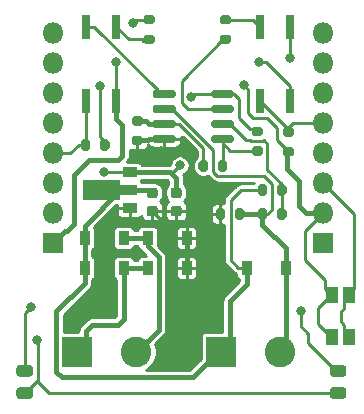
<source format=gbr>
%TF.GenerationSoftware,KiCad,Pcbnew,(5.1.9)-1*%
%TF.CreationDate,2021-04-28T15:15:37+02:00*%
%TF.ProjectId,OpenThermMonitorTwomes,4f70656e-5468-4657-926d-4d6f6e69746f,rev?*%
%TF.SameCoordinates,Original*%
%TF.FileFunction,Copper,L1,Top*%
%TF.FilePolarity,Positive*%
%FSLAX46Y46*%
G04 Gerber Fmt 4.6, Leading zero omitted, Abs format (unit mm)*
G04 Created by KiCad (PCBNEW (5.1.9)-1) date 2021-04-28 15:15:37*
%MOMM*%
%LPD*%
G01*
G04 APERTURE LIST*
%TA.AperFunction,SMDPad,CuDef*%
%ADD10R,1.050000X1.400000*%
%TD*%
%TA.AperFunction,ComponentPad*%
%ADD11R,2.600000X2.600000*%
%TD*%
%TA.AperFunction,ComponentPad*%
%ADD12C,2.600000*%
%TD*%
%TA.AperFunction,SMDPad,CuDef*%
%ADD13R,0.900000X1.200000*%
%TD*%
%TA.AperFunction,ComponentPad*%
%ADD14R,1.800000X1.800000*%
%TD*%
%TA.AperFunction,ComponentPad*%
%ADD15O,1.800000X1.800000*%
%TD*%
%TA.AperFunction,SMDPad,CuDef*%
%ADD16R,0.640000X2.000000*%
%TD*%
%TA.AperFunction,SMDPad,CuDef*%
%ADD17C,0.100000*%
%TD*%
%TA.AperFunction,SMDPad,CuDef*%
%ADD18R,1.300000X0.900000*%
%TD*%
%TA.AperFunction,ViaPad*%
%ADD19C,0.800000*%
%TD*%
%TA.AperFunction,Conductor*%
%ADD20C,0.250000*%
%TD*%
%TA.AperFunction,Conductor*%
%ADD21C,0.450000*%
%TD*%
%TA.AperFunction,Conductor*%
%ADD22C,0.100000*%
%TD*%
G04 APERTURE END LIST*
D10*
%TO.P,SW1,2*%
%TO.N,/D4*%
X152586600Y-111528000D03*
X152586600Y-107928000D03*
%TO.P,SW1,1*%
%TO.N,GND*%
X151146600Y-111528000D03*
X151146600Y-107928000D03*
%TD*%
D11*
%TO.P,J2,1*%
%TO.N,VDC*%
X141732000Y-112776000D03*
D12*
%TO.P,J2,2*%
%TO.N,Net-(D3-Pad2)*%
X146732000Y-112776000D03*
%TD*%
%TO.P,J1,2*%
%TO.N,Net-(D4-Pad2)*%
X134540000Y-112776000D03*
D11*
%TO.P,J1,1*%
%TO.N,Net-(D1-Pad2)*%
X129540000Y-112776000D03*
%TD*%
D13*
%TO.P,D5,2*%
%TO.N,GND1*%
X138810000Y-103124000D03*
%TO.P,D5,1*%
%TO.N,Net-(D4-Pad2)*%
X135510000Y-103124000D03*
%TD*%
%TO.P,D4,2*%
%TO.N,Net-(D4-Pad2)*%
X133476000Y-103124000D03*
%TO.P,D4,1*%
%TO.N,VDC*%
X130176000Y-103124000D03*
%TD*%
%TO.P,D3,2*%
%TO.N,Net-(D3-Pad2)*%
X147192000Y-105664000D03*
%TO.P,D3,1*%
%TO.N,VDC*%
X143892000Y-105664000D03*
%TD*%
%TO.P,D2,2*%
%TO.N,GND1*%
X138810000Y-105664000D03*
%TO.P,D2,1*%
%TO.N,Net-(D1-Pad2)*%
X135510000Y-105664000D03*
%TD*%
%TO.P,D1,2*%
%TO.N,Net-(D1-Pad2)*%
X133476000Y-105664000D03*
%TO.P,D1,1*%
%TO.N,VDC*%
X130176000Y-105664000D03*
%TD*%
D14*
%TO.P,P2,1*%
%TO.N,VCC*%
X127490000Y-103569000D03*
D15*
%TO.P,P2,2*%
%TO.N,/D8*%
X127490000Y-101029000D03*
%TO.P,P2,3*%
%TO.N,/D7*%
X127490000Y-98489000D03*
%TO.P,P2,4*%
%TO.N,/D6*%
X127490000Y-95949000D03*
%TO.P,P2,5*%
%TO.N,/D5*%
X127490000Y-93409000D03*
%TO.P,P2,6*%
%TO.N,/D0*%
X127490000Y-90869000D03*
%TO.P,P2,7*%
%TO.N,/A0*%
X127490000Y-88329000D03*
%TO.P,P2,8*%
%TO.N,/RST*%
X127490000Y-85789000D03*
%TD*%
D16*
%TO.P,U4,1*%
%TO.N,Net-(D6-Pad1)*%
X147574000Y-85242000D03*
%TO.P,U4,2*%
%TO.N,Net-(R8-Pad2)*%
X145034000Y-85242000D03*
%TO.P,U4,3*%
%TO.N,/D2*%
X145034000Y-91542000D03*
%TO.P,U4,4*%
%TO.N,VCC*%
X147574000Y-91542000D03*
%TD*%
%TO.P,U3,4*%
%TO.N,VCC*%
X132842000Y-91542000D03*
%TO.P,U3,3*%
%TO.N,/D6*%
X130302000Y-91542000D03*
%TO.P,U3,2*%
%TO.N,Net-(U2-Pad1)*%
X130302000Y-85242000D03*
%TO.P,U3,1*%
%TO.N,Net-(R7-Pad1)*%
X132842000Y-85242000D03*
%TD*%
%TO.P,U2,8*%
%TO.N,/5V*%
%TA.AperFunction,SMDPad,CuDef*%
G36*
G01*
X140881000Y-91082000D02*
X140881000Y-90782000D01*
G75*
G02*
X141031000Y-90632000I150000J0D01*
G01*
X142681000Y-90632000D01*
G75*
G02*
X142831000Y-90782000I0J-150000D01*
G01*
X142831000Y-91082000D01*
G75*
G02*
X142681000Y-91232000I-150000J0D01*
G01*
X141031000Y-91232000D01*
G75*
G02*
X140881000Y-91082000I0J150000D01*
G01*
G37*
%TD.AperFunction*%
%TO.P,U2,7*%
%TO.N,Net-(R8-Pad1)*%
%TA.AperFunction,SMDPad,CuDef*%
G36*
G01*
X140881000Y-92352000D02*
X140881000Y-92052000D01*
G75*
G02*
X141031000Y-91902000I150000J0D01*
G01*
X142681000Y-91902000D01*
G75*
G02*
X142831000Y-92052000I0J-150000D01*
G01*
X142831000Y-92352000D01*
G75*
G02*
X142681000Y-92502000I-150000J0D01*
G01*
X141031000Y-92502000D01*
G75*
G02*
X140881000Y-92352000I0J150000D01*
G01*
G37*
%TD.AperFunction*%
%TO.P,U2,6*%
%TO.N,Net-(R2-Pad2)*%
%TA.AperFunction,SMDPad,CuDef*%
G36*
G01*
X140881000Y-93622000D02*
X140881000Y-93322000D01*
G75*
G02*
X141031000Y-93172000I150000J0D01*
G01*
X142681000Y-93172000D01*
G75*
G02*
X142831000Y-93322000I0J-150000D01*
G01*
X142831000Y-93622000D01*
G75*
G02*
X142681000Y-93772000I-150000J0D01*
G01*
X141031000Y-93772000D01*
G75*
G02*
X140881000Y-93622000I0J150000D01*
G01*
G37*
%TD.AperFunction*%
%TO.P,U2,5*%
%TO.N,Net-(R5-Pad2)*%
%TA.AperFunction,SMDPad,CuDef*%
G36*
G01*
X140881000Y-94892000D02*
X140881000Y-94592000D01*
G75*
G02*
X141031000Y-94442000I150000J0D01*
G01*
X142681000Y-94442000D01*
G75*
G02*
X142831000Y-94592000I0J-150000D01*
G01*
X142831000Y-94892000D01*
G75*
G02*
X142681000Y-95042000I-150000J0D01*
G01*
X141031000Y-95042000D01*
G75*
G02*
X140881000Y-94892000I0J150000D01*
G01*
G37*
%TD.AperFunction*%
%TO.P,U2,4*%
%TO.N,GND1*%
%TA.AperFunction,SMDPad,CuDef*%
G36*
G01*
X135931000Y-94892000D02*
X135931000Y-94592000D01*
G75*
G02*
X136081000Y-94442000I150000J0D01*
G01*
X137731000Y-94442000D01*
G75*
G02*
X137881000Y-94592000I0J-150000D01*
G01*
X137881000Y-94892000D01*
G75*
G02*
X137731000Y-95042000I-150000J0D01*
G01*
X136081000Y-95042000D01*
G75*
G02*
X135931000Y-94892000I0J150000D01*
G01*
G37*
%TD.AperFunction*%
%TO.P,U2,3*%
%TO.N,Net-(R4-Pad1)*%
%TA.AperFunction,SMDPad,CuDef*%
G36*
G01*
X135931000Y-93622000D02*
X135931000Y-93322000D01*
G75*
G02*
X136081000Y-93172000I150000J0D01*
G01*
X137731000Y-93172000D01*
G75*
G02*
X137881000Y-93322000I0J-150000D01*
G01*
X137881000Y-93622000D01*
G75*
G02*
X137731000Y-93772000I-150000J0D01*
G01*
X136081000Y-93772000D01*
G75*
G02*
X135931000Y-93622000I0J150000D01*
G01*
G37*
%TD.AperFunction*%
%TO.P,U2,2*%
%TO.N,Net-(D3-Pad2)*%
%TA.AperFunction,SMDPad,CuDef*%
G36*
G01*
X135931000Y-92352000D02*
X135931000Y-92052000D01*
G75*
G02*
X136081000Y-91902000I150000J0D01*
G01*
X137731000Y-91902000D01*
G75*
G02*
X137881000Y-92052000I0J-150000D01*
G01*
X137881000Y-92352000D01*
G75*
G02*
X137731000Y-92502000I-150000J0D01*
G01*
X136081000Y-92502000D01*
G75*
G02*
X135931000Y-92352000I0J150000D01*
G01*
G37*
%TD.AperFunction*%
%TO.P,U2,1*%
%TO.N,Net-(U2-Pad1)*%
%TA.AperFunction,SMDPad,CuDef*%
G36*
G01*
X135931000Y-91082000D02*
X135931000Y-90782000D01*
G75*
G02*
X136081000Y-90632000I150000J0D01*
G01*
X137731000Y-90632000D01*
G75*
G02*
X137881000Y-90782000I0J-150000D01*
G01*
X137881000Y-91082000D01*
G75*
G02*
X137731000Y-91232000I-150000J0D01*
G01*
X136081000Y-91232000D01*
G75*
G02*
X135931000Y-91082000I0J150000D01*
G01*
G37*
%TD.AperFunction*%
%TD*%
%TA.AperFunction,SMDPad,CuDef*%
D17*
%TO.P,U1,2*%
%TO.N,VDC*%
G36*
X130034000Y-98193500D02*
G01*
X133159000Y-98193500D01*
X133159000Y-98610000D01*
X134634000Y-98610000D01*
X134634000Y-99510000D01*
X133159000Y-99510000D01*
X133159000Y-99926500D01*
X130034000Y-99926500D01*
X130034000Y-98193500D01*
G37*
%TD.AperFunction*%
D18*
%TO.P,U1,3*%
%TO.N,/5V*%
X133984000Y-97560000D03*
%TO.P,U1,1*%
%TO.N,GND1*%
X133984000Y-100560000D03*
%TD*%
%TO.P,R10,2*%
%TO.N,GND*%
%TA.AperFunction,SMDPad,CuDef*%
G36*
G01*
X131489000Y-95525000D02*
X131489000Y-94975000D01*
G75*
G02*
X131689000Y-94775000I200000J0D01*
G01*
X132089000Y-94775000D01*
G75*
G02*
X132289000Y-94975000I0J-200000D01*
G01*
X132289000Y-95525000D01*
G75*
G02*
X132089000Y-95725000I-200000J0D01*
G01*
X131689000Y-95725000D01*
G75*
G02*
X131489000Y-95525000I0J200000D01*
G01*
G37*
%TD.AperFunction*%
%TO.P,R10,1*%
%TO.N,/D6*%
%TA.AperFunction,SMDPad,CuDef*%
G36*
G01*
X129839000Y-95525000D02*
X129839000Y-94975000D01*
G75*
G02*
X130039000Y-94775000I200000J0D01*
G01*
X130439000Y-94775000D01*
G75*
G02*
X130639000Y-94975000I0J-200000D01*
G01*
X130639000Y-95525000D01*
G75*
G02*
X130439000Y-95725000I-200000J0D01*
G01*
X130039000Y-95725000D01*
G75*
G02*
X129839000Y-95525000I0J200000D01*
G01*
G37*
%TD.AperFunction*%
%TD*%
%TO.P,R9,2*%
%TO.N,GND*%
%TA.AperFunction,SMDPad,CuDef*%
G36*
G01*
X147172000Y-95421000D02*
X147722000Y-95421000D01*
G75*
G02*
X147922000Y-95621000I0J-200000D01*
G01*
X147922000Y-96021000D01*
G75*
G02*
X147722000Y-96221000I-200000J0D01*
G01*
X147172000Y-96221000D01*
G75*
G02*
X146972000Y-96021000I0J200000D01*
G01*
X146972000Y-95621000D01*
G75*
G02*
X147172000Y-95421000I200000J0D01*
G01*
G37*
%TD.AperFunction*%
%TO.P,R9,1*%
%TO.N,/D2*%
%TA.AperFunction,SMDPad,CuDef*%
G36*
G01*
X147172000Y-93771000D02*
X147722000Y-93771000D01*
G75*
G02*
X147922000Y-93971000I0J-200000D01*
G01*
X147922000Y-94371000D01*
G75*
G02*
X147722000Y-94571000I-200000J0D01*
G01*
X147172000Y-94571000D01*
G75*
G02*
X146972000Y-94371000I0J200000D01*
G01*
X146972000Y-93971000D01*
G75*
G02*
X147172000Y-93771000I200000J0D01*
G01*
G37*
%TD.AperFunction*%
%TD*%
%TO.P,R8,2*%
%TO.N,Net-(R8-Pad2)*%
%TA.AperFunction,SMDPad,CuDef*%
G36*
G01*
X142388000Y-85046000D02*
X141838000Y-85046000D01*
G75*
G02*
X141638000Y-84846000I0J200000D01*
G01*
X141638000Y-84446000D01*
G75*
G02*
X141838000Y-84246000I200000J0D01*
G01*
X142388000Y-84246000D01*
G75*
G02*
X142588000Y-84446000I0J-200000D01*
G01*
X142588000Y-84846000D01*
G75*
G02*
X142388000Y-85046000I-200000J0D01*
G01*
G37*
%TD.AperFunction*%
%TO.P,R8,1*%
%TO.N,Net-(R8-Pad1)*%
%TA.AperFunction,SMDPad,CuDef*%
G36*
G01*
X142388000Y-86696000D02*
X141838000Y-86696000D01*
G75*
G02*
X141638000Y-86496000I0J200000D01*
G01*
X141638000Y-86096000D01*
G75*
G02*
X141838000Y-85896000I200000J0D01*
G01*
X142388000Y-85896000D01*
G75*
G02*
X142588000Y-86096000I0J-200000D01*
G01*
X142588000Y-86496000D01*
G75*
G02*
X142388000Y-86696000I-200000J0D01*
G01*
G37*
%TD.AperFunction*%
%TD*%
%TO.P,R7,2*%
%TO.N,Net-(D7-Pad1)*%
%TA.AperFunction,SMDPad,CuDef*%
G36*
G01*
X135911000Y-85046000D02*
X135361000Y-85046000D01*
G75*
G02*
X135161000Y-84846000I0J200000D01*
G01*
X135161000Y-84446000D01*
G75*
G02*
X135361000Y-84246000I200000J0D01*
G01*
X135911000Y-84246000D01*
G75*
G02*
X136111000Y-84446000I0J-200000D01*
G01*
X136111000Y-84846000D01*
G75*
G02*
X135911000Y-85046000I-200000J0D01*
G01*
G37*
%TD.AperFunction*%
%TO.P,R7,1*%
%TO.N,Net-(R7-Pad1)*%
%TA.AperFunction,SMDPad,CuDef*%
G36*
G01*
X135911000Y-86696000D02*
X135361000Y-86696000D01*
G75*
G02*
X135161000Y-86496000I0J200000D01*
G01*
X135161000Y-86096000D01*
G75*
G02*
X135361000Y-85896000I200000J0D01*
G01*
X135911000Y-85896000D01*
G75*
G02*
X136111000Y-86096000I0J-200000D01*
G01*
X136111000Y-86496000D01*
G75*
G02*
X135911000Y-86696000I-200000J0D01*
G01*
G37*
%TD.AperFunction*%
%TD*%
%TO.P,R6,2*%
%TO.N,Net-(R4-Pad1)*%
%TA.AperFunction,SMDPad,CuDef*%
G36*
G01*
X140608000Y-96753000D02*
X140608000Y-97303000D01*
G75*
G02*
X140408000Y-97503000I-200000J0D01*
G01*
X140008000Y-97503000D01*
G75*
G02*
X139808000Y-97303000I0J200000D01*
G01*
X139808000Y-96753000D01*
G75*
G02*
X140008000Y-96553000I200000J0D01*
G01*
X140408000Y-96553000D01*
G75*
G02*
X140608000Y-96753000I0J-200000D01*
G01*
G37*
%TD.AperFunction*%
%TO.P,R6,1*%
%TO.N,Net-(R5-Pad2)*%
%TA.AperFunction,SMDPad,CuDef*%
G36*
G01*
X142258000Y-96753000D02*
X142258000Y-97303000D01*
G75*
G02*
X142058000Y-97503000I-200000J0D01*
G01*
X141658000Y-97503000D01*
G75*
G02*
X141458000Y-97303000I0J200000D01*
G01*
X141458000Y-96753000D01*
G75*
G02*
X141658000Y-96553000I200000J0D01*
G01*
X142058000Y-96553000D01*
G75*
G02*
X142258000Y-96753000I0J-200000D01*
G01*
G37*
%TD.AperFunction*%
%TD*%
%TO.P,R5,2*%
%TO.N,Net-(R5-Pad2)*%
%TA.AperFunction,SMDPad,CuDef*%
G36*
G01*
X144505000Y-95358000D02*
X145055000Y-95358000D01*
G75*
G02*
X145255000Y-95558000I0J-200000D01*
G01*
X145255000Y-95958000D01*
G75*
G02*
X145055000Y-96158000I-200000J0D01*
G01*
X144505000Y-96158000D01*
G75*
G02*
X144305000Y-95958000I0J200000D01*
G01*
X144305000Y-95558000D01*
G75*
G02*
X144505000Y-95358000I200000J0D01*
G01*
G37*
%TD.AperFunction*%
%TO.P,R5,1*%
%TO.N,/5V*%
%TA.AperFunction,SMDPad,CuDef*%
G36*
G01*
X144505000Y-93708000D02*
X145055000Y-93708000D01*
G75*
G02*
X145255000Y-93908000I0J-200000D01*
G01*
X145255000Y-94308000D01*
G75*
G02*
X145055000Y-94508000I-200000J0D01*
G01*
X144505000Y-94508000D01*
G75*
G02*
X144305000Y-94308000I0J200000D01*
G01*
X144305000Y-93908000D01*
G75*
G02*
X144505000Y-93708000I200000J0D01*
G01*
G37*
%TD.AperFunction*%
%TD*%
%TO.P,R4,2*%
%TO.N,GND1*%
%TA.AperFunction,SMDPad,CuDef*%
G36*
G01*
X134345000Y-94468000D02*
X134895000Y-94468000D01*
G75*
G02*
X135095000Y-94668000I0J-200000D01*
G01*
X135095000Y-95068000D01*
G75*
G02*
X134895000Y-95268000I-200000J0D01*
G01*
X134345000Y-95268000D01*
G75*
G02*
X134145000Y-95068000I0J200000D01*
G01*
X134145000Y-94668000D01*
G75*
G02*
X134345000Y-94468000I200000J0D01*
G01*
G37*
%TD.AperFunction*%
%TO.P,R4,1*%
%TO.N,Net-(R4-Pad1)*%
%TA.AperFunction,SMDPad,CuDef*%
G36*
G01*
X134345000Y-92818000D02*
X134895000Y-92818000D01*
G75*
G02*
X135095000Y-93018000I0J-200000D01*
G01*
X135095000Y-93418000D01*
G75*
G02*
X134895000Y-93618000I-200000J0D01*
G01*
X134345000Y-93618000D01*
G75*
G02*
X134145000Y-93418000I0J200000D01*
G01*
X134145000Y-93018000D01*
G75*
G02*
X134345000Y-92818000I200000J0D01*
G01*
G37*
%TD.AperFunction*%
%TD*%
%TO.P,R3,2*%
%TO.N,Net-(D3-Pad2)*%
%TA.AperFunction,SMDPad,CuDef*%
G36*
G01*
X145625000Y-100817000D02*
X145625000Y-101367000D01*
G75*
G02*
X145425000Y-101567000I-200000J0D01*
G01*
X145025000Y-101567000D01*
G75*
G02*
X144825000Y-101367000I0J200000D01*
G01*
X144825000Y-100817000D01*
G75*
G02*
X145025000Y-100617000I200000J0D01*
G01*
X145425000Y-100617000D01*
G75*
G02*
X145625000Y-100817000I0J-200000D01*
G01*
G37*
%TD.AperFunction*%
%TO.P,R3,1*%
%TO.N,Net-(R2-Pad2)*%
%TA.AperFunction,SMDPad,CuDef*%
G36*
G01*
X147275000Y-100817000D02*
X147275000Y-101367000D01*
G75*
G02*
X147075000Y-101567000I-200000J0D01*
G01*
X146675000Y-101567000D01*
G75*
G02*
X146475000Y-101367000I0J200000D01*
G01*
X146475000Y-100817000D01*
G75*
G02*
X146675000Y-100617000I200000J0D01*
G01*
X147075000Y-100617000D01*
G75*
G02*
X147275000Y-100817000I0J-200000D01*
G01*
G37*
%TD.AperFunction*%
%TD*%
%TO.P,R2,2*%
%TO.N,Net-(R2-Pad2)*%
%TA.AperFunction,SMDPad,CuDef*%
G36*
G01*
X146475000Y-99335000D02*
X146475000Y-98785000D01*
G75*
G02*
X146675000Y-98585000I200000J0D01*
G01*
X147075000Y-98585000D01*
G75*
G02*
X147275000Y-98785000I0J-200000D01*
G01*
X147275000Y-99335000D01*
G75*
G02*
X147075000Y-99535000I-200000J0D01*
G01*
X146675000Y-99535000D01*
G75*
G02*
X146475000Y-99335000I0J200000D01*
G01*
G37*
%TD.AperFunction*%
%TO.P,R2,1*%
%TO.N,VDC*%
%TA.AperFunction,SMDPad,CuDef*%
G36*
G01*
X144825000Y-99335000D02*
X144825000Y-98785000D01*
G75*
G02*
X145025000Y-98585000I200000J0D01*
G01*
X145425000Y-98585000D01*
G75*
G02*
X145625000Y-98785000I0J-200000D01*
G01*
X145625000Y-99335000D01*
G75*
G02*
X145425000Y-99535000I-200000J0D01*
G01*
X145025000Y-99535000D01*
G75*
G02*
X144825000Y-99335000I0J200000D01*
G01*
G37*
%TD.AperFunction*%
%TD*%
%TO.P,R1,2*%
%TO.N,Net-(D3-Pad2)*%
%TA.AperFunction,SMDPad,CuDef*%
G36*
G01*
X142919000Y-101367000D02*
X142919000Y-100817000D01*
G75*
G02*
X143119000Y-100617000I200000J0D01*
G01*
X143519000Y-100617000D01*
G75*
G02*
X143719000Y-100817000I0J-200000D01*
G01*
X143719000Y-101367000D01*
G75*
G02*
X143519000Y-101567000I-200000J0D01*
G01*
X143119000Y-101567000D01*
G75*
G02*
X142919000Y-101367000I0J200000D01*
G01*
G37*
%TD.AperFunction*%
%TO.P,R1,1*%
%TO.N,GND1*%
%TA.AperFunction,SMDPad,CuDef*%
G36*
G01*
X141269000Y-101367000D02*
X141269000Y-100817000D01*
G75*
G02*
X141469000Y-100617000I200000J0D01*
G01*
X141869000Y-100617000D01*
G75*
G02*
X142069000Y-100817000I0J-200000D01*
G01*
X142069000Y-101367000D01*
G75*
G02*
X141869000Y-101567000I-200000J0D01*
G01*
X141469000Y-101567000D01*
G75*
G02*
X141269000Y-101367000I0J200000D01*
G01*
G37*
%TD.AperFunction*%
%TD*%
%TO.P,D7,2*%
%TO.N,/5V*%
%TA.AperFunction,SMDPad,CuDef*%
G36*
G01*
X124638750Y-115766000D02*
X125551250Y-115766000D01*
G75*
G02*
X125795000Y-116009750I0J-243750D01*
G01*
X125795000Y-116497250D01*
G75*
G02*
X125551250Y-116741000I-243750J0D01*
G01*
X124638750Y-116741000D01*
G75*
G02*
X124395000Y-116497250I0J243750D01*
G01*
X124395000Y-116009750D01*
G75*
G02*
X124638750Y-115766000I243750J0D01*
G01*
G37*
%TD.AperFunction*%
%TO.P,D7,1*%
%TO.N,Net-(D7-Pad1)*%
%TA.AperFunction,SMDPad,CuDef*%
G36*
G01*
X124638750Y-113891000D02*
X125551250Y-113891000D01*
G75*
G02*
X125795000Y-114134750I0J-243750D01*
G01*
X125795000Y-114622250D01*
G75*
G02*
X125551250Y-114866000I-243750J0D01*
G01*
X124638750Y-114866000D01*
G75*
G02*
X124395000Y-114622250I0J243750D01*
G01*
X124395000Y-114134750D01*
G75*
G02*
X124638750Y-113891000I243750J0D01*
G01*
G37*
%TD.AperFunction*%
%TD*%
%TO.P,D6,2*%
%TO.N,/5V*%
%TA.AperFunction,SMDPad,CuDef*%
G36*
G01*
X151181750Y-115766000D02*
X152094250Y-115766000D01*
G75*
G02*
X152338000Y-116009750I0J-243750D01*
G01*
X152338000Y-116497250D01*
G75*
G02*
X152094250Y-116741000I-243750J0D01*
G01*
X151181750Y-116741000D01*
G75*
G02*
X150938000Y-116497250I0J243750D01*
G01*
X150938000Y-116009750D01*
G75*
G02*
X151181750Y-115766000I243750J0D01*
G01*
G37*
%TD.AperFunction*%
%TO.P,D6,1*%
%TO.N,Net-(D6-Pad1)*%
%TA.AperFunction,SMDPad,CuDef*%
G36*
G01*
X151181750Y-113891000D02*
X152094250Y-113891000D01*
G75*
G02*
X152338000Y-114134750I0J-243750D01*
G01*
X152338000Y-114622250D01*
G75*
G02*
X152094250Y-114866000I-243750J0D01*
G01*
X151181750Y-114866000D01*
G75*
G02*
X150938000Y-114622250I0J243750D01*
G01*
X150938000Y-114134750D01*
G75*
G02*
X151181750Y-113891000I243750J0D01*
G01*
G37*
%TD.AperFunction*%
%TD*%
%TO.P,C2,2*%
%TO.N,GND1*%
%TA.AperFunction,SMDPad,CuDef*%
G36*
G01*
X137672000Y-100401000D02*
X138172000Y-100401000D01*
G75*
G02*
X138397000Y-100626000I0J-225000D01*
G01*
X138397000Y-101076000D01*
G75*
G02*
X138172000Y-101301000I-225000J0D01*
G01*
X137672000Y-101301000D01*
G75*
G02*
X137447000Y-101076000I0J225000D01*
G01*
X137447000Y-100626000D01*
G75*
G02*
X137672000Y-100401000I225000J0D01*
G01*
G37*
%TD.AperFunction*%
%TO.P,C2,1*%
%TO.N,/5V*%
%TA.AperFunction,SMDPad,CuDef*%
G36*
G01*
X137672000Y-98851000D02*
X138172000Y-98851000D01*
G75*
G02*
X138397000Y-99076000I0J-225000D01*
G01*
X138397000Y-99526000D01*
G75*
G02*
X138172000Y-99751000I-225000J0D01*
G01*
X137672000Y-99751000D01*
G75*
G02*
X137447000Y-99526000I0J225000D01*
G01*
X137447000Y-99076000D01*
G75*
G02*
X137672000Y-98851000I225000J0D01*
G01*
G37*
%TD.AperFunction*%
%TD*%
%TO.P,C1,2*%
%TO.N,GND1*%
%TA.AperFunction,SMDPad,CuDef*%
G36*
G01*
X135640000Y-100401000D02*
X136140000Y-100401000D01*
G75*
G02*
X136365000Y-100626000I0J-225000D01*
G01*
X136365000Y-101076000D01*
G75*
G02*
X136140000Y-101301000I-225000J0D01*
G01*
X135640000Y-101301000D01*
G75*
G02*
X135415000Y-101076000I0J225000D01*
G01*
X135415000Y-100626000D01*
G75*
G02*
X135640000Y-100401000I225000J0D01*
G01*
G37*
%TD.AperFunction*%
%TO.P,C1,1*%
%TO.N,VDC*%
%TA.AperFunction,SMDPad,CuDef*%
G36*
G01*
X135640000Y-98851000D02*
X136140000Y-98851000D01*
G75*
G02*
X136365000Y-99076000I0J-225000D01*
G01*
X136365000Y-99526000D01*
G75*
G02*
X136140000Y-99751000I-225000J0D01*
G01*
X135640000Y-99751000D01*
G75*
G02*
X135415000Y-99526000I0J225000D01*
G01*
X135415000Y-99076000D01*
G75*
G02*
X135640000Y-98851000I225000J0D01*
G01*
G37*
%TD.AperFunction*%
%TD*%
D14*
%TO.P,P1,1*%
%TO.N,/+5V*%
X150350000Y-103569000D03*
D15*
%TO.P,P1,2*%
%TO.N,GND*%
X150350000Y-101029000D03*
%TO.P,P1,3*%
%TO.N,/D4*%
X150350000Y-98489000D03*
%TO.P,P1,4*%
%TO.N,/D3*%
X150350000Y-95949000D03*
%TO.P,P1,5*%
%TO.N,/D2*%
X150350000Y-93409000D03*
%TO.P,P1,6*%
%TO.N,/D1*%
X150350000Y-90869000D03*
%TO.P,P1,7*%
%TO.N,/RX*%
X150350000Y-88329000D03*
%TO.P,P1,8*%
%TO.N,/TX*%
X150350000Y-85789000D03*
%TD*%
D19*
%TO.N,GND1*%
X136652000Y-95758000D03*
X136906000Y-101727000D03*
%TO.N,Net-(D6-Pad1)*%
X148463000Y-109347000D03*
X147574000Y-87884000D03*
%TO.N,Net-(D7-Pad1)*%
X125603000Y-108966000D03*
X134239000Y-84963000D03*
%TO.N,GND*%
X143637000Y-90170000D03*
X131445000Y-90297000D03*
%TO.N,VCC*%
X132842000Y-88265000D03*
X144907000Y-88265006D03*
%TO.N,/5V*%
X139192001Y-91199010D03*
X131826000Y-97536000D03*
X126111000Y-111760000D03*
X138239503Y-96964497D03*
%TD*%
D20*
%TO.N,/D4*%
X152996000Y-107417000D02*
X152485000Y-107928000D01*
X152996000Y-101135000D02*
X152996000Y-107417000D01*
X150350000Y-98489000D02*
X152996000Y-101135000D01*
X152146000Y-111067998D02*
X152146000Y-111528000D01*
X152146000Y-111189000D02*
X152485000Y-111528000D01*
X151939999Y-110283999D02*
X152146000Y-110490000D01*
X152146000Y-110490000D02*
X152146000Y-111189000D01*
X151866600Y-110210600D02*
X151892000Y-110236000D01*
X151866600Y-109357400D02*
X151866600Y-110210600D01*
X152131000Y-109093000D02*
X151866600Y-109357400D01*
X152146000Y-109093000D02*
X152131000Y-109093000D01*
X152146000Y-107847002D02*
X152146000Y-109093000D01*
%TO.N,/D2*%
X147828000Y-93409000D02*
X147320000Y-93917000D01*
X150350000Y-93409000D02*
X147828000Y-93409000D01*
X147320000Y-93828000D02*
X145034000Y-91542000D01*
X147320000Y-93917000D02*
X147320000Y-93828000D01*
%TO.N,/D6*%
X128968000Y-95949000D02*
X127490000Y-95949000D01*
X129667000Y-95250000D02*
X128968000Y-95949000D01*
X130493000Y-95250000D02*
X129667000Y-95250000D01*
X130302000Y-95187000D02*
X130239000Y-95250000D01*
X130302000Y-91542000D02*
X130302000Y-95187000D01*
D21*
%TO.N,GND1*%
X135599000Y-100560000D02*
X135890000Y-100851000D01*
X134620000Y-94868000D02*
X134620000Y-94996000D01*
X134620000Y-94868000D02*
X135510000Y-94868000D01*
X135510000Y-94868000D02*
X135636000Y-94742000D01*
X135636000Y-94742000D02*
X136906000Y-94742000D01*
X141428000Y-100851000D02*
X141669000Y-101092000D01*
D20*
X138810000Y-104395000D02*
X138924999Y-104395000D01*
D21*
X138810000Y-103124000D02*
X138810000Y-104395000D01*
X138810000Y-104395000D02*
X138810000Y-105664000D01*
D20*
X136906000Y-94742000D02*
X136906000Y-94982999D01*
X136906000Y-95504000D02*
X136652000Y-95758000D01*
X136906000Y-94742000D02*
X136906000Y-95504000D01*
X136766000Y-101727000D02*
X136906000Y-101727000D01*
X135890000Y-100851000D02*
X136766000Y-101727000D01*
D21*
%TO.N,VDC*%
X135649000Y-99060000D02*
X135890000Y-99301000D01*
X133896500Y-99060000D02*
X135649000Y-99060000D01*
X143892000Y-107060000D02*
X143892000Y-105664000D01*
X142494000Y-108458000D02*
X143892000Y-107060000D01*
D20*
X142543990Y-105015990D02*
X142543990Y-99899010D01*
X143192000Y-105664000D02*
X142543990Y-105015990D01*
X143892000Y-105664000D02*
X143192000Y-105664000D01*
X142543990Y-99899010D02*
X143383000Y-99060000D01*
X143383000Y-99060000D02*
X145225000Y-99060000D01*
D21*
X130176000Y-105664000D02*
X130176000Y-103124000D01*
X133190000Y-99060000D02*
X133896500Y-99060000D01*
X130176000Y-102074000D02*
X133190000Y-99060000D01*
X130176000Y-103124000D02*
X130176000Y-102074000D01*
X142494000Y-111760000D02*
X141478000Y-112776000D01*
X142494000Y-108458000D02*
X142494000Y-111760000D01*
X127764999Y-114456001D02*
X128243998Y-114935000D01*
X128243998Y-114935000D02*
X139319000Y-114935000D01*
X127764999Y-111095999D02*
X127764999Y-114456001D01*
X127762000Y-111093000D02*
X127764999Y-111095999D01*
X127762000Y-109347000D02*
X127762000Y-111093000D01*
X139319000Y-114935000D02*
X141478000Y-112776000D01*
X130176000Y-106933000D02*
X127762000Y-109347000D01*
X130176000Y-105664000D02*
X130176000Y-106933000D01*
%TO.N,Net-(D1-Pad2)*%
X133476000Y-105664000D02*
X135510000Y-105664000D01*
X130810000Y-110490000D02*
X130302000Y-110998000D01*
X133476000Y-109983000D02*
X132969000Y-110490000D01*
X132969000Y-110490000D02*
X130810000Y-110490000D01*
X133476000Y-105664000D02*
X133476000Y-109983000D01*
X130302000Y-112014000D02*
X129540000Y-112776000D01*
X130302000Y-110998000D02*
X130302000Y-112014000D01*
%TO.N,Net-(D3-Pad2)*%
X143319000Y-101092000D02*
X145225000Y-101092000D01*
X147192000Y-105664000D02*
X147192000Y-104012000D01*
X145225000Y-102045000D02*
X145225000Y-101092000D01*
X147192000Y-104012000D02*
X145225000Y-102045000D01*
D20*
X141419822Y-97878010D02*
X141082990Y-97541178D01*
X141082990Y-95686468D02*
X137598522Y-92202000D01*
X145225000Y-101092000D02*
X145625000Y-101092000D01*
X145625000Y-101092000D02*
X146000010Y-100716990D01*
X146000010Y-100716990D02*
X146000010Y-98546822D01*
X146000010Y-98546822D02*
X145331198Y-97878010D01*
X145331198Y-97878010D02*
X141419822Y-97878010D01*
X141082990Y-97541178D02*
X141082990Y-95686468D01*
X137598522Y-92202000D02*
X136906000Y-92202000D01*
D21*
X147192000Y-112062000D02*
X146478000Y-112776000D01*
X147192000Y-105664000D02*
X147192000Y-112062000D01*
%TO.N,Net-(D4-Pad2)*%
X133476000Y-103124000D02*
X135510000Y-103124000D01*
X136435001Y-104751991D02*
X136435001Y-110880999D01*
X135510000Y-103826990D02*
X136435001Y-104751991D01*
X136435001Y-110880999D02*
X134540000Y-112776000D01*
X135510000Y-103124000D02*
X135510000Y-103826990D01*
D20*
%TO.N,Net-(D6-Pad1)*%
X147574000Y-87884000D02*
X147574000Y-85242000D01*
X149098000Y-111252000D02*
X148463000Y-110617000D01*
X149098000Y-112014000D02*
X149098000Y-111252000D01*
X151462500Y-114378500D02*
X149098000Y-112014000D01*
X148463000Y-110617000D02*
X148463000Y-109347000D01*
X151638000Y-114378500D02*
X151462500Y-114378500D01*
%TO.N,Net-(D7-Pad1)*%
X125095000Y-109474000D02*
X125095000Y-114378500D01*
X125603000Y-108966000D02*
X125095000Y-109474000D01*
X134556000Y-84646000D02*
X134239000Y-84963000D01*
X135636000Y-84646000D02*
X134556000Y-84646000D01*
%TO.N,GND*%
X150350000Y-100376002D02*
X150350000Y-101029000D01*
D21*
X150350000Y-101029000D02*
X148907000Y-101029000D01*
X148907000Y-101029000D02*
X148336000Y-100458000D01*
X148336000Y-98298000D02*
X147320000Y-97282000D01*
D20*
X147320000Y-97282000D02*
X147320000Y-97346002D01*
D21*
X148336000Y-100458000D02*
X148336000Y-98298000D01*
X147320000Y-97282000D02*
X147320000Y-95567000D01*
D20*
X144460998Y-92964000D02*
X144036999Y-92540001D01*
X146469990Y-93851396D02*
X145582594Y-92964000D01*
X144036999Y-90569999D02*
X143637000Y-90170000D01*
X146469990Y-94843990D02*
X146469990Y-93851396D01*
X147447000Y-95821000D02*
X146469990Y-94843990D01*
X145582594Y-92964000D02*
X144460998Y-92964000D01*
X144036999Y-92540001D02*
X144036999Y-90569999D01*
X131445000Y-94552000D02*
X131445000Y-90297000D01*
X132143000Y-95250000D02*
X131445000Y-94552000D01*
X149910800Y-109042200D02*
X149910800Y-110393800D01*
X151025000Y-107928000D02*
X149910800Y-109042200D01*
X151045000Y-107928000D02*
X151025000Y-107928000D01*
X150546000Y-107429000D02*
X151045000Y-107928000D01*
X150546000Y-106722000D02*
X150546000Y-107429000D01*
X148844000Y-105020000D02*
X150546000Y-106722000D01*
X149910800Y-110393800D02*
X151045000Y-111528000D01*
X148844000Y-102535000D02*
X148844000Y-105020000D01*
X150350000Y-101029000D02*
X148844000Y-102535000D01*
D21*
%TO.N,VCC*%
X128714000Y-102546037D02*
X129286000Y-101974037D01*
X129286000Y-101974037D02*
X129286000Y-97790000D01*
X129286000Y-97790000D02*
X130556000Y-96520000D01*
X130556000Y-96520000D02*
X132969000Y-96520000D01*
X133335010Y-96153990D02*
X133335010Y-93584010D01*
X132969000Y-96520000D02*
X133335010Y-96153990D01*
X132842000Y-93091000D02*
X132842000Y-91542000D01*
X133335010Y-93584010D02*
X132842000Y-93091000D01*
D20*
X132842000Y-91542000D02*
X132842000Y-88265000D01*
X147574000Y-90292000D02*
X145547006Y-88265006D01*
X147574000Y-91542000D02*
X147574000Y-90292000D01*
X145547006Y-88265006D02*
X144907000Y-88265006D01*
D21*
X128512963Y-102546037D02*
X127490000Y-103569000D01*
X128714000Y-102546037D02*
X128512963Y-102546037D01*
D20*
%TO.N,Net-(R2-Pad2)*%
X146875000Y-101092000D02*
X146875000Y-99060000D01*
X142303478Y-93472000D02*
X141856000Y-93472000D01*
X146875000Y-98585000D02*
X146875000Y-99060000D01*
X145338688Y-94837500D02*
X145630010Y-95128822D01*
X145630010Y-95128822D02*
X145630010Y-97340010D01*
X145293178Y-94883010D02*
X145338688Y-94837500D01*
X144175802Y-94791990D02*
X144266822Y-94883010D01*
X145630010Y-97340010D02*
X146875000Y-98585000D01*
X144266822Y-94883010D02*
X145293178Y-94883010D01*
X143813990Y-94791990D02*
X144175802Y-94791990D01*
X142494000Y-93472000D02*
X143813990Y-94791990D01*
X141856000Y-93472000D02*
X142494000Y-93472000D01*
D21*
%TO.N,Net-(R4-Pad1)*%
X134620000Y-93218000D02*
X135382000Y-93218000D01*
X135636000Y-93472000D02*
X136906000Y-93472000D01*
X135382000Y-93218000D02*
X135636000Y-93472000D01*
D20*
X138161400Y-93472000D02*
X140208000Y-95518600D01*
X136906000Y-93472000D02*
X138161400Y-93472000D01*
X140208000Y-95518600D02*
X140208000Y-97028000D01*
D21*
%TO.N,Net-(R5-Pad2)*%
X144780000Y-95567000D02*
X144780000Y-95504000D01*
D20*
X141856000Y-97026000D02*
X141858000Y-97028000D01*
X141856000Y-95120000D02*
X141856000Y-97026000D01*
X141856000Y-94742000D02*
X141856000Y-95120000D01*
X142494000Y-95758000D02*
X141856000Y-95120000D01*
X144589000Y-95758000D02*
X142494000Y-95758000D01*
X144780000Y-95567000D02*
X144589000Y-95758000D01*
%TO.N,Net-(R7-Pad1)*%
X135572000Y-86360000D02*
X135636000Y-86296000D01*
X135001000Y-86360000D02*
X135572000Y-86360000D01*
X135001000Y-86360000D02*
X135075990Y-86434990D01*
X133896000Y-86296000D02*
X135636000Y-86296000D01*
X132842000Y-85242000D02*
X133896000Y-86296000D01*
%TO.N,Net-(R8-Pad1)*%
X138417000Y-91681000D02*
X138417000Y-89802000D01*
X138417000Y-89802000D02*
X141923000Y-86296000D01*
X138938000Y-92202000D02*
X138417000Y-91681000D01*
X141856000Y-92202000D02*
X138938000Y-92202000D01*
D21*
%TO.N,/5V*%
X133984000Y-97560000D02*
X137438000Y-97560000D01*
X137922000Y-98044000D02*
X137922000Y-99301000D01*
X137438000Y-97560000D02*
X137922000Y-98044000D01*
D20*
X141733980Y-90809980D02*
X141856000Y-90932000D01*
X139003990Y-91010999D02*
X139192001Y-91199010D01*
X142831000Y-90932000D02*
X143263989Y-91364989D01*
X143263989Y-92971989D02*
X144209000Y-93917000D01*
X141856000Y-90932000D02*
X142831000Y-90932000D01*
X143263989Y-91364989D02*
X143263989Y-92971989D01*
X144209000Y-93917000D02*
X144780000Y-93917000D01*
X139459011Y-90932000D02*
X139192001Y-91199010D01*
X141856000Y-90932000D02*
X139459011Y-90932000D01*
X131850000Y-97560000D02*
X131826000Y-97536000D01*
X133984000Y-97560000D02*
X131850000Y-97560000D01*
X126238000Y-111887000D02*
X126238000Y-115110500D01*
X126111000Y-111760000D02*
X126238000Y-111887000D01*
X127175500Y-116253500D02*
X151638000Y-116253500D01*
X126135250Y-115213250D02*
X127175500Y-116253500D01*
X126238000Y-115110500D02*
X126135250Y-115213250D01*
X126135250Y-115213250D02*
X125095000Y-116253500D01*
X137438000Y-97560000D02*
X137644000Y-97560000D01*
X137644000Y-97560000D02*
X138239503Y-96964497D01*
%TO.N,Net-(U2-Pad1)*%
X130962000Y-85242000D02*
X136352000Y-90632000D01*
X130302000Y-85242000D02*
X130962000Y-85242000D01*
%TO.N,Net-(R8-Pad2)*%
X145136000Y-85344000D02*
X145034000Y-85242000D01*
X145034000Y-85242000D02*
X145034000Y-85922000D01*
X144438000Y-84646000D02*
X145034000Y-85242000D01*
X142113000Y-84646000D02*
X144208000Y-84646000D01*
X144208000Y-84646000D02*
X144438000Y-84646000D01*
X142875000Y-84646000D02*
X144208000Y-84646000D01*
%TD*%
%TO.N,GND1*%
X139658000Y-95746418D02*
X139658000Y-96232956D01*
X139564604Y-96309604D01*
X139486622Y-96404626D01*
X139428676Y-96513036D01*
X139392993Y-96630667D01*
X139380944Y-96753000D01*
X139380944Y-97303000D01*
X139392993Y-97425333D01*
X139428676Y-97542964D01*
X139486622Y-97651374D01*
X139564604Y-97746396D01*
X139659626Y-97824378D01*
X139768036Y-97882324D01*
X139885667Y-97918007D01*
X140008000Y-97930056D01*
X140408000Y-97930056D01*
X140530333Y-97918007D01*
X140647964Y-97882324D01*
X140650392Y-97881026D01*
X140670728Y-97905804D01*
X140692200Y-97931968D01*
X140713186Y-97949191D01*
X141011809Y-98247814D01*
X141029032Y-98268800D01*
X141112780Y-98337531D01*
X141208328Y-98388602D01*
X141312003Y-98420052D01*
X141392804Y-98428010D01*
X141392813Y-98428010D01*
X141419821Y-98430670D01*
X141446829Y-98428010D01*
X144510693Y-98428010D01*
X144503622Y-98436626D01*
X144464403Y-98510000D01*
X143410007Y-98510000D01*
X143382999Y-98507340D01*
X143355991Y-98510000D01*
X143355982Y-98510000D01*
X143275181Y-98517958D01*
X143171506Y-98549408D01*
X143075958Y-98600479D01*
X143075956Y-98600480D01*
X143075957Y-98600480D01*
X143013195Y-98651987D01*
X143013190Y-98651992D01*
X142992210Y-98669210D01*
X142974992Y-98690190D01*
X142174181Y-99491002D01*
X142153201Y-99508220D01*
X142135983Y-99529200D01*
X142135977Y-99529206D01*
X142084469Y-99591968D01*
X142046039Y-99663868D01*
X142033399Y-99687516D01*
X142005831Y-99778396D01*
X142001949Y-99791192D01*
X141991330Y-99899010D01*
X141993991Y-99926028D01*
X141993991Y-100190473D01*
X141777250Y-100192000D01*
X141671000Y-100298250D01*
X141671000Y-101090000D01*
X141691000Y-101090000D01*
X141691000Y-101094000D01*
X141671000Y-101094000D01*
X141671000Y-101885750D01*
X141777250Y-101992000D01*
X141993991Y-101993527D01*
X141993990Y-104988982D01*
X141991330Y-105015990D01*
X141993990Y-105042998D01*
X141993990Y-105043007D01*
X142001948Y-105123808D01*
X142033398Y-105227483D01*
X142084469Y-105323032D01*
X142153200Y-105406780D01*
X142174186Y-105424003D01*
X142783987Y-106033804D01*
X142801210Y-106054790D01*
X142884958Y-106123521D01*
X142980506Y-106174592D01*
X143014944Y-106185039D01*
X143014944Y-106264000D01*
X143023150Y-106347314D01*
X143047452Y-106427427D01*
X143086916Y-106501260D01*
X143140026Y-106565974D01*
X143204740Y-106619084D01*
X143242000Y-106639000D01*
X143242000Y-106790761D01*
X142056962Y-107975800D01*
X142032157Y-107996157D01*
X142011802Y-108020960D01*
X141950930Y-108095132D01*
X141909467Y-108172704D01*
X141890573Y-108208053D01*
X141853405Y-108330579D01*
X141844000Y-108426069D01*
X141844000Y-108426079D01*
X141840856Y-108458000D01*
X141844000Y-108489922D01*
X141844001Y-111048944D01*
X140432000Y-111048944D01*
X140348686Y-111057150D01*
X140268573Y-111081452D01*
X140194740Y-111120916D01*
X140130026Y-111174026D01*
X140076916Y-111238740D01*
X140037452Y-111312573D01*
X140013150Y-111392686D01*
X140004944Y-111476000D01*
X140004944Y-113329817D01*
X139049762Y-114285000D01*
X135386541Y-114285000D01*
X135639624Y-114115895D01*
X135879895Y-113875624D01*
X136068676Y-113593094D01*
X136198710Y-113279164D01*
X136265000Y-112945898D01*
X136265000Y-112606102D01*
X136198710Y-112272836D01*
X136129497Y-112105741D01*
X136872044Y-111363195D01*
X136896844Y-111342842D01*
X136918459Y-111316505D01*
X136973523Y-111249409D01*
X136978071Y-111243867D01*
X137038428Y-111130947D01*
X137075596Y-111008421D01*
X137085001Y-110912931D01*
X137085001Y-110912921D01*
X137088145Y-110881000D01*
X137085001Y-110849079D01*
X137085001Y-106264000D01*
X137932944Y-106264000D01*
X137941150Y-106347314D01*
X137965452Y-106427427D01*
X138004916Y-106501260D01*
X138058026Y-106565974D01*
X138122740Y-106619084D01*
X138196573Y-106658548D01*
X138276686Y-106682850D01*
X138360000Y-106691056D01*
X138701750Y-106689000D01*
X138808000Y-106582750D01*
X138808000Y-105666000D01*
X138812000Y-105666000D01*
X138812000Y-106582750D01*
X138918250Y-106689000D01*
X139260000Y-106691056D01*
X139343314Y-106682850D01*
X139423427Y-106658548D01*
X139497260Y-106619084D01*
X139561974Y-106565974D01*
X139615084Y-106501260D01*
X139654548Y-106427427D01*
X139678850Y-106347314D01*
X139687056Y-106264000D01*
X139685000Y-105772250D01*
X139578750Y-105666000D01*
X138812000Y-105666000D01*
X138808000Y-105666000D01*
X138041250Y-105666000D01*
X137935000Y-105772250D01*
X137932944Y-106264000D01*
X137085001Y-106264000D01*
X137085001Y-105064000D01*
X137932944Y-105064000D01*
X137935000Y-105555750D01*
X138041250Y-105662000D01*
X138808000Y-105662000D01*
X138808000Y-104745250D01*
X138812000Y-104745250D01*
X138812000Y-105662000D01*
X139578750Y-105662000D01*
X139685000Y-105555750D01*
X139687056Y-105064000D01*
X139678850Y-104980686D01*
X139654548Y-104900573D01*
X139615084Y-104826740D01*
X139561974Y-104762026D01*
X139497260Y-104708916D01*
X139423427Y-104669452D01*
X139343314Y-104645150D01*
X139260000Y-104636944D01*
X138918250Y-104639000D01*
X138812000Y-104745250D01*
X138808000Y-104745250D01*
X138701750Y-104639000D01*
X138360000Y-104636944D01*
X138276686Y-104645150D01*
X138196573Y-104669452D01*
X138122740Y-104708916D01*
X138058026Y-104762026D01*
X138004916Y-104826740D01*
X137965452Y-104900573D01*
X137941150Y-104980686D01*
X137932944Y-105064000D01*
X137085001Y-105064000D01*
X137085001Y-104783912D01*
X137088145Y-104751991D01*
X137085001Y-104720069D01*
X137085001Y-104720059D01*
X137075596Y-104624569D01*
X137038428Y-104502043D01*
X137025555Y-104477959D01*
X136978071Y-104389122D01*
X136917199Y-104314950D01*
X136917197Y-104314948D01*
X136896844Y-104290148D01*
X136872045Y-104269796D01*
X136381604Y-103779355D01*
X136387056Y-103724000D01*
X137932944Y-103724000D01*
X137941150Y-103807314D01*
X137965452Y-103887427D01*
X138004916Y-103961260D01*
X138058026Y-104025974D01*
X138122740Y-104079084D01*
X138196573Y-104118548D01*
X138276686Y-104142850D01*
X138360000Y-104151056D01*
X138701750Y-104149000D01*
X138808000Y-104042750D01*
X138808000Y-103126000D01*
X138812000Y-103126000D01*
X138812000Y-104042750D01*
X138918250Y-104149000D01*
X139260000Y-104151056D01*
X139343314Y-104142850D01*
X139423427Y-104118548D01*
X139497260Y-104079084D01*
X139561974Y-104025974D01*
X139615084Y-103961260D01*
X139654548Y-103887427D01*
X139678850Y-103807314D01*
X139687056Y-103724000D01*
X139685000Y-103232250D01*
X139578750Y-103126000D01*
X138812000Y-103126000D01*
X138808000Y-103126000D01*
X138041250Y-103126000D01*
X137935000Y-103232250D01*
X137932944Y-103724000D01*
X136387056Y-103724000D01*
X136387056Y-102524000D01*
X137932944Y-102524000D01*
X137935000Y-103015750D01*
X138041250Y-103122000D01*
X138808000Y-103122000D01*
X138808000Y-102205250D01*
X138812000Y-102205250D01*
X138812000Y-103122000D01*
X139578750Y-103122000D01*
X139685000Y-103015750D01*
X139687056Y-102524000D01*
X139678850Y-102440686D01*
X139654548Y-102360573D01*
X139615084Y-102286740D01*
X139561974Y-102222026D01*
X139497260Y-102168916D01*
X139423427Y-102129452D01*
X139343314Y-102105150D01*
X139260000Y-102096944D01*
X138918250Y-102099000D01*
X138812000Y-102205250D01*
X138808000Y-102205250D01*
X138701750Y-102099000D01*
X138360000Y-102096944D01*
X138276686Y-102105150D01*
X138196573Y-102129452D01*
X138122740Y-102168916D01*
X138058026Y-102222026D01*
X138004916Y-102286740D01*
X137965452Y-102360573D01*
X137941150Y-102440686D01*
X137932944Y-102524000D01*
X136387056Y-102524000D01*
X136378850Y-102440686D01*
X136354548Y-102360573D01*
X136315084Y-102286740D01*
X136261974Y-102222026D01*
X136197260Y-102168916D01*
X136123427Y-102129452D01*
X136043314Y-102105150D01*
X135960000Y-102096944D01*
X135060000Y-102096944D01*
X134976686Y-102105150D01*
X134896573Y-102129452D01*
X134822740Y-102168916D01*
X134758026Y-102222026D01*
X134704916Y-102286740D01*
X134665452Y-102360573D01*
X134641150Y-102440686D01*
X134637869Y-102474000D01*
X134348131Y-102474000D01*
X134344850Y-102440686D01*
X134320548Y-102360573D01*
X134281084Y-102286740D01*
X134227974Y-102222026D01*
X134163260Y-102168916D01*
X134089427Y-102129452D01*
X134009314Y-102105150D01*
X133926000Y-102096944D01*
X133026000Y-102096944D01*
X132942686Y-102105150D01*
X132862573Y-102129452D01*
X132788740Y-102168916D01*
X132724026Y-102222026D01*
X132670916Y-102286740D01*
X132631452Y-102360573D01*
X132607150Y-102440686D01*
X132598944Y-102524000D01*
X132598944Y-103724000D01*
X132607150Y-103807314D01*
X132631452Y-103887427D01*
X132670916Y-103961260D01*
X132724026Y-104025974D01*
X132788740Y-104079084D01*
X132862573Y-104118548D01*
X132942686Y-104142850D01*
X133026000Y-104151056D01*
X133926000Y-104151056D01*
X134009314Y-104142850D01*
X134089427Y-104118548D01*
X134163260Y-104079084D01*
X134227974Y-104025974D01*
X134281084Y-103961260D01*
X134320548Y-103887427D01*
X134344850Y-103807314D01*
X134348131Y-103774000D01*
X134637869Y-103774000D01*
X134641150Y-103807314D01*
X134665452Y-103887427D01*
X134704916Y-103961260D01*
X134758026Y-104025974D01*
X134822740Y-104079084D01*
X134896573Y-104118548D01*
X134935054Y-104130221D01*
X134966930Y-104189858D01*
X135027802Y-104264030D01*
X135027805Y-104264033D01*
X135048158Y-104288833D01*
X135072957Y-104309185D01*
X135400716Y-104636944D01*
X135060000Y-104636944D01*
X134976686Y-104645150D01*
X134896573Y-104669452D01*
X134822740Y-104708916D01*
X134758026Y-104762026D01*
X134704916Y-104826740D01*
X134665452Y-104900573D01*
X134641150Y-104980686D01*
X134637869Y-105014000D01*
X134348131Y-105014000D01*
X134344850Y-104980686D01*
X134320548Y-104900573D01*
X134281084Y-104826740D01*
X134227974Y-104762026D01*
X134163260Y-104708916D01*
X134089427Y-104669452D01*
X134009314Y-104645150D01*
X133926000Y-104636944D01*
X133026000Y-104636944D01*
X132942686Y-104645150D01*
X132862573Y-104669452D01*
X132788740Y-104708916D01*
X132724026Y-104762026D01*
X132670916Y-104826740D01*
X132631452Y-104900573D01*
X132607150Y-104980686D01*
X132598944Y-105064000D01*
X132598944Y-106264000D01*
X132607150Y-106347314D01*
X132631452Y-106427427D01*
X132670916Y-106501260D01*
X132724026Y-106565974D01*
X132788740Y-106619084D01*
X132826000Y-106639000D01*
X132826001Y-109713760D01*
X132699762Y-109840000D01*
X130841920Y-109840000D01*
X130809999Y-109836856D01*
X130778078Y-109840000D01*
X130778068Y-109840000D01*
X130682578Y-109849405D01*
X130560052Y-109886573D01*
X130447132Y-109946930D01*
X130442871Y-109950427D01*
X130372959Y-110007802D01*
X130372957Y-110007804D01*
X130348157Y-110028157D01*
X130327804Y-110052957D01*
X129864962Y-110515800D01*
X129840157Y-110536157D01*
X129819802Y-110560960D01*
X129758930Y-110635132D01*
X129710992Y-110724818D01*
X129698573Y-110748053D01*
X129661405Y-110870579D01*
X129652000Y-110966069D01*
X129652000Y-110966079D01*
X129648856Y-110998000D01*
X129652000Y-111029922D01*
X129652000Y-111048944D01*
X128413510Y-111048944D01*
X128412000Y-111033618D01*
X128412000Y-109616238D01*
X130613043Y-107415196D01*
X130637843Y-107394843D01*
X130658196Y-107370043D01*
X130658199Y-107370040D01*
X130719070Y-107295868D01*
X130779427Y-107182948D01*
X130816595Y-107060422D01*
X130819686Y-107029041D01*
X130826000Y-106964932D01*
X130826000Y-106964924D01*
X130829144Y-106933000D01*
X130826000Y-106901076D01*
X130826000Y-106639000D01*
X130863260Y-106619084D01*
X130927974Y-106565974D01*
X130981084Y-106501260D01*
X131020548Y-106427427D01*
X131044850Y-106347314D01*
X131053056Y-106264000D01*
X131053056Y-105064000D01*
X131044850Y-104980686D01*
X131020548Y-104900573D01*
X130981084Y-104826740D01*
X130927974Y-104762026D01*
X130863260Y-104708916D01*
X130826000Y-104689000D01*
X130826000Y-104099000D01*
X130863260Y-104079084D01*
X130927974Y-104025974D01*
X130981084Y-103961260D01*
X131020548Y-103887427D01*
X131044850Y-103807314D01*
X131053056Y-103724000D01*
X131053056Y-102524000D01*
X131044850Y-102440686D01*
X131020548Y-102360573D01*
X130981084Y-102286740D01*
X130936646Y-102232592D01*
X132159238Y-101010000D01*
X132906944Y-101010000D01*
X132915150Y-101093314D01*
X132939452Y-101173427D01*
X132978916Y-101247260D01*
X133032026Y-101311974D01*
X133096740Y-101365084D01*
X133170573Y-101404548D01*
X133250686Y-101428850D01*
X133334000Y-101437056D01*
X133875750Y-101435000D01*
X133982000Y-101328750D01*
X133982000Y-100562000D01*
X133015250Y-100562000D01*
X132909000Y-100668250D01*
X132906944Y-101010000D01*
X132159238Y-101010000D01*
X132815682Y-100353556D01*
X132908409Y-100353556D01*
X132909000Y-100451750D01*
X133015250Y-100558000D01*
X133982000Y-100558000D01*
X133982000Y-100538000D01*
X133986000Y-100538000D01*
X133986000Y-100558000D01*
X134006000Y-100558000D01*
X134006000Y-100562000D01*
X133986000Y-100562000D01*
X133986000Y-101328750D01*
X134092250Y-101435000D01*
X134634000Y-101437056D01*
X134717314Y-101428850D01*
X134797427Y-101404548D01*
X134871260Y-101365084D01*
X134935974Y-101311974D01*
X134988261Y-101248262D01*
X134987944Y-101301000D01*
X134996150Y-101384314D01*
X135020452Y-101464427D01*
X135059916Y-101538260D01*
X135113026Y-101602974D01*
X135177740Y-101656084D01*
X135251573Y-101695548D01*
X135331686Y-101719850D01*
X135415000Y-101728056D01*
X135781750Y-101726000D01*
X135888000Y-101619750D01*
X135888000Y-100853000D01*
X135892000Y-100853000D01*
X135892000Y-101619750D01*
X135998250Y-101726000D01*
X136365000Y-101728056D01*
X136448314Y-101719850D01*
X136528427Y-101695548D01*
X136602260Y-101656084D01*
X136666974Y-101602974D01*
X136720084Y-101538260D01*
X136759548Y-101464427D01*
X136783850Y-101384314D01*
X136792056Y-101301000D01*
X137019944Y-101301000D01*
X137028150Y-101384314D01*
X137052452Y-101464427D01*
X137091916Y-101538260D01*
X137145026Y-101602974D01*
X137209740Y-101656084D01*
X137283573Y-101695548D01*
X137363686Y-101719850D01*
X137447000Y-101728056D01*
X137813750Y-101726000D01*
X137920000Y-101619750D01*
X137920000Y-100853000D01*
X137924000Y-100853000D01*
X137924000Y-101619750D01*
X138030250Y-101726000D01*
X138397000Y-101728056D01*
X138480314Y-101719850D01*
X138560427Y-101695548D01*
X138634260Y-101656084D01*
X138698974Y-101602974D01*
X138728497Y-101567000D01*
X140841944Y-101567000D01*
X140850150Y-101650314D01*
X140874452Y-101730427D01*
X140913916Y-101804260D01*
X140967026Y-101868974D01*
X141031740Y-101922084D01*
X141105573Y-101961548D01*
X141185686Y-101985850D01*
X141269000Y-101994056D01*
X141560750Y-101992000D01*
X141667000Y-101885750D01*
X141667000Y-101094000D01*
X140950250Y-101094000D01*
X140844000Y-101200250D01*
X140841944Y-101567000D01*
X138728497Y-101567000D01*
X138752084Y-101538260D01*
X138791548Y-101464427D01*
X138815850Y-101384314D01*
X138824056Y-101301000D01*
X138822000Y-100959250D01*
X138715750Y-100853000D01*
X137924000Y-100853000D01*
X137920000Y-100853000D01*
X137128250Y-100853000D01*
X137022000Y-100959250D01*
X137019944Y-101301000D01*
X136792056Y-101301000D01*
X136790000Y-100959250D01*
X136683750Y-100853000D01*
X135892000Y-100853000D01*
X135888000Y-100853000D01*
X135868000Y-100853000D01*
X135868000Y-100849000D01*
X135888000Y-100849000D01*
X135888000Y-100829000D01*
X135892000Y-100829000D01*
X135892000Y-100849000D01*
X136683750Y-100849000D01*
X136790000Y-100742750D01*
X136792056Y-100401000D01*
X136783850Y-100317686D01*
X136759548Y-100237573D01*
X136720084Y-100163740D01*
X136666974Y-100099026D01*
X136602260Y-100045916D01*
X136558121Y-100022323D01*
X136601073Y-99987073D01*
X136682165Y-99888263D01*
X136742421Y-99775531D01*
X136779527Y-99653210D01*
X136792056Y-99526000D01*
X136792056Y-99076000D01*
X136779527Y-98948790D01*
X136742421Y-98826469D01*
X136682165Y-98713737D01*
X136601073Y-98614927D01*
X136502263Y-98533835D01*
X136389531Y-98473579D01*
X136267210Y-98436473D01*
X136140000Y-98423944D01*
X135791385Y-98423944D01*
X135776422Y-98419405D01*
X135680932Y-98410000D01*
X135680921Y-98410000D01*
X135649000Y-98406856D01*
X135617079Y-98410000D01*
X135009000Y-98410000D01*
X134989084Y-98372740D01*
X134937594Y-98310000D01*
X134989084Y-98247260D01*
X135009000Y-98210000D01*
X137168762Y-98210000D01*
X137272000Y-98313239D01*
X137272000Y-98564805D01*
X137210927Y-98614927D01*
X137129835Y-98713737D01*
X137069579Y-98826469D01*
X137032473Y-98948790D01*
X137019944Y-99076000D01*
X137019944Y-99526000D01*
X137032473Y-99653210D01*
X137069579Y-99775531D01*
X137129835Y-99888263D01*
X137210927Y-99987073D01*
X137253879Y-100022323D01*
X137209740Y-100045916D01*
X137145026Y-100099026D01*
X137091916Y-100163740D01*
X137052452Y-100237573D01*
X137028150Y-100317686D01*
X137019944Y-100401000D01*
X137022000Y-100742750D01*
X137128250Y-100849000D01*
X137920000Y-100849000D01*
X137920000Y-100829000D01*
X137924000Y-100829000D01*
X137924000Y-100849000D01*
X138715750Y-100849000D01*
X138822000Y-100742750D01*
X138822756Y-100617000D01*
X140841944Y-100617000D01*
X140844000Y-100983750D01*
X140950250Y-101090000D01*
X141667000Y-101090000D01*
X141667000Y-100298250D01*
X141560750Y-100192000D01*
X141269000Y-100189944D01*
X141185686Y-100198150D01*
X141105573Y-100222452D01*
X141031740Y-100261916D01*
X140967026Y-100315026D01*
X140913916Y-100379740D01*
X140874452Y-100453573D01*
X140850150Y-100533686D01*
X140841944Y-100617000D01*
X138822756Y-100617000D01*
X138824056Y-100401000D01*
X138815850Y-100317686D01*
X138791548Y-100237573D01*
X138752084Y-100163740D01*
X138698974Y-100099026D01*
X138634260Y-100045916D01*
X138590121Y-100022323D01*
X138633073Y-99987073D01*
X138714165Y-99888263D01*
X138774421Y-99775531D01*
X138811527Y-99653210D01*
X138824056Y-99526000D01*
X138824056Y-99076000D01*
X138811527Y-98948790D01*
X138774421Y-98826469D01*
X138714165Y-98713737D01*
X138633073Y-98614927D01*
X138572000Y-98564805D01*
X138572000Y-98075920D01*
X138575144Y-98043999D01*
X138572000Y-98012078D01*
X138572000Y-98012068D01*
X138562595Y-97916578D01*
X138525427Y-97794052D01*
X138501351Y-97749010D01*
X138630287Y-97695603D01*
X138765410Y-97605316D01*
X138880322Y-97490404D01*
X138970609Y-97355281D01*
X139032799Y-97205141D01*
X139064503Y-97045752D01*
X139064503Y-96883242D01*
X139032799Y-96723853D01*
X138970609Y-96573713D01*
X138880322Y-96438590D01*
X138765410Y-96323678D01*
X138630287Y-96233391D01*
X138480147Y-96171201D01*
X138320758Y-96139497D01*
X138158248Y-96139497D01*
X137998859Y-96171201D01*
X137848719Y-96233391D01*
X137713596Y-96323678D01*
X137598684Y-96438590D01*
X137508397Y-96573713D01*
X137446207Y-96723853D01*
X137414503Y-96883242D01*
X137414503Y-96909170D01*
X137406079Y-96910000D01*
X135009000Y-96910000D01*
X134989084Y-96872740D01*
X134935974Y-96808026D01*
X134871260Y-96754916D01*
X134797427Y-96715452D01*
X134717314Y-96691150D01*
X134634000Y-96682944D01*
X133725294Y-96682944D01*
X133772049Y-96636189D01*
X133796853Y-96615833D01*
X133878080Y-96516858D01*
X133938437Y-96403938D01*
X133975605Y-96281412D01*
X133985010Y-96185922D01*
X133985010Y-96185912D01*
X133988154Y-96153991D01*
X133985010Y-96122070D01*
X133985010Y-95663591D01*
X134061686Y-95686850D01*
X134145000Y-95695056D01*
X134511750Y-95693000D01*
X134618000Y-95586750D01*
X134618000Y-94870000D01*
X134598000Y-94870000D01*
X134598000Y-94866000D01*
X134618000Y-94866000D01*
X134618000Y-94846000D01*
X134622000Y-94846000D01*
X134622000Y-94866000D01*
X134642000Y-94866000D01*
X134642000Y-94870000D01*
X134622000Y-94870000D01*
X134622000Y-95586750D01*
X134728250Y-95693000D01*
X135095000Y-95695056D01*
X135178314Y-95686850D01*
X135258427Y-95662548D01*
X135332260Y-95623084D01*
X135396974Y-95569974D01*
X135450084Y-95505260D01*
X135489548Y-95431427D01*
X135513850Y-95351314D01*
X135522056Y-95268000D01*
X135521262Y-95155353D01*
X135536452Y-95205427D01*
X135575916Y-95279260D01*
X135629026Y-95343974D01*
X135693740Y-95397084D01*
X135767573Y-95436548D01*
X135847686Y-95460850D01*
X135931000Y-95469056D01*
X136797750Y-95467000D01*
X136904000Y-95360750D01*
X136904000Y-94744000D01*
X136908000Y-94744000D01*
X136908000Y-95360750D01*
X137014250Y-95467000D01*
X137881000Y-95469056D01*
X137964314Y-95460850D01*
X138044427Y-95436548D01*
X138118260Y-95397084D01*
X138182974Y-95343974D01*
X138236084Y-95279260D01*
X138275548Y-95205427D01*
X138299850Y-95125314D01*
X138308056Y-95042000D01*
X138306000Y-94850250D01*
X138199750Y-94744000D01*
X136908000Y-94744000D01*
X136904000Y-94744000D01*
X136884000Y-94744000D01*
X136884000Y-94740000D01*
X136904000Y-94740000D01*
X136904000Y-94720000D01*
X136908000Y-94720000D01*
X136908000Y-94740000D01*
X138199750Y-94740000D01*
X138306000Y-94633750D01*
X138306222Y-94613000D01*
X138524583Y-94613000D01*
X139658000Y-95746418D01*
%TA.AperFunction,Conductor*%
D22*
G36*
X139658000Y-95746418D02*
G01*
X139658000Y-96232956D01*
X139564604Y-96309604D01*
X139486622Y-96404626D01*
X139428676Y-96513036D01*
X139392993Y-96630667D01*
X139380944Y-96753000D01*
X139380944Y-97303000D01*
X139392993Y-97425333D01*
X139428676Y-97542964D01*
X139486622Y-97651374D01*
X139564604Y-97746396D01*
X139659626Y-97824378D01*
X139768036Y-97882324D01*
X139885667Y-97918007D01*
X140008000Y-97930056D01*
X140408000Y-97930056D01*
X140530333Y-97918007D01*
X140647964Y-97882324D01*
X140650392Y-97881026D01*
X140670728Y-97905804D01*
X140692200Y-97931968D01*
X140713186Y-97949191D01*
X141011809Y-98247814D01*
X141029032Y-98268800D01*
X141112780Y-98337531D01*
X141208328Y-98388602D01*
X141312003Y-98420052D01*
X141392804Y-98428010D01*
X141392813Y-98428010D01*
X141419821Y-98430670D01*
X141446829Y-98428010D01*
X144510693Y-98428010D01*
X144503622Y-98436626D01*
X144464403Y-98510000D01*
X143410007Y-98510000D01*
X143382999Y-98507340D01*
X143355991Y-98510000D01*
X143355982Y-98510000D01*
X143275181Y-98517958D01*
X143171506Y-98549408D01*
X143075958Y-98600479D01*
X143075956Y-98600480D01*
X143075957Y-98600480D01*
X143013195Y-98651987D01*
X143013190Y-98651992D01*
X142992210Y-98669210D01*
X142974992Y-98690190D01*
X142174181Y-99491002D01*
X142153201Y-99508220D01*
X142135983Y-99529200D01*
X142135977Y-99529206D01*
X142084469Y-99591968D01*
X142046039Y-99663868D01*
X142033399Y-99687516D01*
X142005831Y-99778396D01*
X142001949Y-99791192D01*
X141991330Y-99899010D01*
X141993991Y-99926028D01*
X141993991Y-100190473D01*
X141777250Y-100192000D01*
X141671000Y-100298250D01*
X141671000Y-101090000D01*
X141691000Y-101090000D01*
X141691000Y-101094000D01*
X141671000Y-101094000D01*
X141671000Y-101885750D01*
X141777250Y-101992000D01*
X141993991Y-101993527D01*
X141993990Y-104988982D01*
X141991330Y-105015990D01*
X141993990Y-105042998D01*
X141993990Y-105043007D01*
X142001948Y-105123808D01*
X142033398Y-105227483D01*
X142084469Y-105323032D01*
X142153200Y-105406780D01*
X142174186Y-105424003D01*
X142783987Y-106033804D01*
X142801210Y-106054790D01*
X142884958Y-106123521D01*
X142980506Y-106174592D01*
X143014944Y-106185039D01*
X143014944Y-106264000D01*
X143023150Y-106347314D01*
X143047452Y-106427427D01*
X143086916Y-106501260D01*
X143140026Y-106565974D01*
X143204740Y-106619084D01*
X143242000Y-106639000D01*
X143242000Y-106790761D01*
X142056962Y-107975800D01*
X142032157Y-107996157D01*
X142011802Y-108020960D01*
X141950930Y-108095132D01*
X141909467Y-108172704D01*
X141890573Y-108208053D01*
X141853405Y-108330579D01*
X141844000Y-108426069D01*
X141844000Y-108426079D01*
X141840856Y-108458000D01*
X141844000Y-108489922D01*
X141844001Y-111048944D01*
X140432000Y-111048944D01*
X140348686Y-111057150D01*
X140268573Y-111081452D01*
X140194740Y-111120916D01*
X140130026Y-111174026D01*
X140076916Y-111238740D01*
X140037452Y-111312573D01*
X140013150Y-111392686D01*
X140004944Y-111476000D01*
X140004944Y-113329817D01*
X139049762Y-114285000D01*
X135386541Y-114285000D01*
X135639624Y-114115895D01*
X135879895Y-113875624D01*
X136068676Y-113593094D01*
X136198710Y-113279164D01*
X136265000Y-112945898D01*
X136265000Y-112606102D01*
X136198710Y-112272836D01*
X136129497Y-112105741D01*
X136872044Y-111363195D01*
X136896844Y-111342842D01*
X136918459Y-111316505D01*
X136973523Y-111249409D01*
X136978071Y-111243867D01*
X137038428Y-111130947D01*
X137075596Y-111008421D01*
X137085001Y-110912931D01*
X137085001Y-110912921D01*
X137088145Y-110881000D01*
X137085001Y-110849079D01*
X137085001Y-106264000D01*
X137932944Y-106264000D01*
X137941150Y-106347314D01*
X137965452Y-106427427D01*
X138004916Y-106501260D01*
X138058026Y-106565974D01*
X138122740Y-106619084D01*
X138196573Y-106658548D01*
X138276686Y-106682850D01*
X138360000Y-106691056D01*
X138701750Y-106689000D01*
X138808000Y-106582750D01*
X138808000Y-105666000D01*
X138812000Y-105666000D01*
X138812000Y-106582750D01*
X138918250Y-106689000D01*
X139260000Y-106691056D01*
X139343314Y-106682850D01*
X139423427Y-106658548D01*
X139497260Y-106619084D01*
X139561974Y-106565974D01*
X139615084Y-106501260D01*
X139654548Y-106427427D01*
X139678850Y-106347314D01*
X139687056Y-106264000D01*
X139685000Y-105772250D01*
X139578750Y-105666000D01*
X138812000Y-105666000D01*
X138808000Y-105666000D01*
X138041250Y-105666000D01*
X137935000Y-105772250D01*
X137932944Y-106264000D01*
X137085001Y-106264000D01*
X137085001Y-105064000D01*
X137932944Y-105064000D01*
X137935000Y-105555750D01*
X138041250Y-105662000D01*
X138808000Y-105662000D01*
X138808000Y-104745250D01*
X138812000Y-104745250D01*
X138812000Y-105662000D01*
X139578750Y-105662000D01*
X139685000Y-105555750D01*
X139687056Y-105064000D01*
X139678850Y-104980686D01*
X139654548Y-104900573D01*
X139615084Y-104826740D01*
X139561974Y-104762026D01*
X139497260Y-104708916D01*
X139423427Y-104669452D01*
X139343314Y-104645150D01*
X139260000Y-104636944D01*
X138918250Y-104639000D01*
X138812000Y-104745250D01*
X138808000Y-104745250D01*
X138701750Y-104639000D01*
X138360000Y-104636944D01*
X138276686Y-104645150D01*
X138196573Y-104669452D01*
X138122740Y-104708916D01*
X138058026Y-104762026D01*
X138004916Y-104826740D01*
X137965452Y-104900573D01*
X137941150Y-104980686D01*
X137932944Y-105064000D01*
X137085001Y-105064000D01*
X137085001Y-104783912D01*
X137088145Y-104751991D01*
X137085001Y-104720069D01*
X137085001Y-104720059D01*
X137075596Y-104624569D01*
X137038428Y-104502043D01*
X137025555Y-104477959D01*
X136978071Y-104389122D01*
X136917199Y-104314950D01*
X136917197Y-104314948D01*
X136896844Y-104290148D01*
X136872045Y-104269796D01*
X136381604Y-103779355D01*
X136387056Y-103724000D01*
X137932944Y-103724000D01*
X137941150Y-103807314D01*
X137965452Y-103887427D01*
X138004916Y-103961260D01*
X138058026Y-104025974D01*
X138122740Y-104079084D01*
X138196573Y-104118548D01*
X138276686Y-104142850D01*
X138360000Y-104151056D01*
X138701750Y-104149000D01*
X138808000Y-104042750D01*
X138808000Y-103126000D01*
X138812000Y-103126000D01*
X138812000Y-104042750D01*
X138918250Y-104149000D01*
X139260000Y-104151056D01*
X139343314Y-104142850D01*
X139423427Y-104118548D01*
X139497260Y-104079084D01*
X139561974Y-104025974D01*
X139615084Y-103961260D01*
X139654548Y-103887427D01*
X139678850Y-103807314D01*
X139687056Y-103724000D01*
X139685000Y-103232250D01*
X139578750Y-103126000D01*
X138812000Y-103126000D01*
X138808000Y-103126000D01*
X138041250Y-103126000D01*
X137935000Y-103232250D01*
X137932944Y-103724000D01*
X136387056Y-103724000D01*
X136387056Y-102524000D01*
X137932944Y-102524000D01*
X137935000Y-103015750D01*
X138041250Y-103122000D01*
X138808000Y-103122000D01*
X138808000Y-102205250D01*
X138812000Y-102205250D01*
X138812000Y-103122000D01*
X139578750Y-103122000D01*
X139685000Y-103015750D01*
X139687056Y-102524000D01*
X139678850Y-102440686D01*
X139654548Y-102360573D01*
X139615084Y-102286740D01*
X139561974Y-102222026D01*
X139497260Y-102168916D01*
X139423427Y-102129452D01*
X139343314Y-102105150D01*
X139260000Y-102096944D01*
X138918250Y-102099000D01*
X138812000Y-102205250D01*
X138808000Y-102205250D01*
X138701750Y-102099000D01*
X138360000Y-102096944D01*
X138276686Y-102105150D01*
X138196573Y-102129452D01*
X138122740Y-102168916D01*
X138058026Y-102222026D01*
X138004916Y-102286740D01*
X137965452Y-102360573D01*
X137941150Y-102440686D01*
X137932944Y-102524000D01*
X136387056Y-102524000D01*
X136378850Y-102440686D01*
X136354548Y-102360573D01*
X136315084Y-102286740D01*
X136261974Y-102222026D01*
X136197260Y-102168916D01*
X136123427Y-102129452D01*
X136043314Y-102105150D01*
X135960000Y-102096944D01*
X135060000Y-102096944D01*
X134976686Y-102105150D01*
X134896573Y-102129452D01*
X134822740Y-102168916D01*
X134758026Y-102222026D01*
X134704916Y-102286740D01*
X134665452Y-102360573D01*
X134641150Y-102440686D01*
X134637869Y-102474000D01*
X134348131Y-102474000D01*
X134344850Y-102440686D01*
X134320548Y-102360573D01*
X134281084Y-102286740D01*
X134227974Y-102222026D01*
X134163260Y-102168916D01*
X134089427Y-102129452D01*
X134009314Y-102105150D01*
X133926000Y-102096944D01*
X133026000Y-102096944D01*
X132942686Y-102105150D01*
X132862573Y-102129452D01*
X132788740Y-102168916D01*
X132724026Y-102222026D01*
X132670916Y-102286740D01*
X132631452Y-102360573D01*
X132607150Y-102440686D01*
X132598944Y-102524000D01*
X132598944Y-103724000D01*
X132607150Y-103807314D01*
X132631452Y-103887427D01*
X132670916Y-103961260D01*
X132724026Y-104025974D01*
X132788740Y-104079084D01*
X132862573Y-104118548D01*
X132942686Y-104142850D01*
X133026000Y-104151056D01*
X133926000Y-104151056D01*
X134009314Y-104142850D01*
X134089427Y-104118548D01*
X134163260Y-104079084D01*
X134227974Y-104025974D01*
X134281084Y-103961260D01*
X134320548Y-103887427D01*
X134344850Y-103807314D01*
X134348131Y-103774000D01*
X134637869Y-103774000D01*
X134641150Y-103807314D01*
X134665452Y-103887427D01*
X134704916Y-103961260D01*
X134758026Y-104025974D01*
X134822740Y-104079084D01*
X134896573Y-104118548D01*
X134935054Y-104130221D01*
X134966930Y-104189858D01*
X135027802Y-104264030D01*
X135027805Y-104264033D01*
X135048158Y-104288833D01*
X135072957Y-104309185D01*
X135400716Y-104636944D01*
X135060000Y-104636944D01*
X134976686Y-104645150D01*
X134896573Y-104669452D01*
X134822740Y-104708916D01*
X134758026Y-104762026D01*
X134704916Y-104826740D01*
X134665452Y-104900573D01*
X134641150Y-104980686D01*
X134637869Y-105014000D01*
X134348131Y-105014000D01*
X134344850Y-104980686D01*
X134320548Y-104900573D01*
X134281084Y-104826740D01*
X134227974Y-104762026D01*
X134163260Y-104708916D01*
X134089427Y-104669452D01*
X134009314Y-104645150D01*
X133926000Y-104636944D01*
X133026000Y-104636944D01*
X132942686Y-104645150D01*
X132862573Y-104669452D01*
X132788740Y-104708916D01*
X132724026Y-104762026D01*
X132670916Y-104826740D01*
X132631452Y-104900573D01*
X132607150Y-104980686D01*
X132598944Y-105064000D01*
X132598944Y-106264000D01*
X132607150Y-106347314D01*
X132631452Y-106427427D01*
X132670916Y-106501260D01*
X132724026Y-106565974D01*
X132788740Y-106619084D01*
X132826000Y-106639000D01*
X132826001Y-109713760D01*
X132699762Y-109840000D01*
X130841920Y-109840000D01*
X130809999Y-109836856D01*
X130778078Y-109840000D01*
X130778068Y-109840000D01*
X130682578Y-109849405D01*
X130560052Y-109886573D01*
X130447132Y-109946930D01*
X130442871Y-109950427D01*
X130372959Y-110007802D01*
X130372957Y-110007804D01*
X130348157Y-110028157D01*
X130327804Y-110052957D01*
X129864962Y-110515800D01*
X129840157Y-110536157D01*
X129819802Y-110560960D01*
X129758930Y-110635132D01*
X129710992Y-110724818D01*
X129698573Y-110748053D01*
X129661405Y-110870579D01*
X129652000Y-110966069D01*
X129652000Y-110966079D01*
X129648856Y-110998000D01*
X129652000Y-111029922D01*
X129652000Y-111048944D01*
X128413510Y-111048944D01*
X128412000Y-111033618D01*
X128412000Y-109616238D01*
X130613043Y-107415196D01*
X130637843Y-107394843D01*
X130658196Y-107370043D01*
X130658199Y-107370040D01*
X130719070Y-107295868D01*
X130779427Y-107182948D01*
X130816595Y-107060422D01*
X130819686Y-107029041D01*
X130826000Y-106964932D01*
X130826000Y-106964924D01*
X130829144Y-106933000D01*
X130826000Y-106901076D01*
X130826000Y-106639000D01*
X130863260Y-106619084D01*
X130927974Y-106565974D01*
X130981084Y-106501260D01*
X131020548Y-106427427D01*
X131044850Y-106347314D01*
X131053056Y-106264000D01*
X131053056Y-105064000D01*
X131044850Y-104980686D01*
X131020548Y-104900573D01*
X130981084Y-104826740D01*
X130927974Y-104762026D01*
X130863260Y-104708916D01*
X130826000Y-104689000D01*
X130826000Y-104099000D01*
X130863260Y-104079084D01*
X130927974Y-104025974D01*
X130981084Y-103961260D01*
X131020548Y-103887427D01*
X131044850Y-103807314D01*
X131053056Y-103724000D01*
X131053056Y-102524000D01*
X131044850Y-102440686D01*
X131020548Y-102360573D01*
X130981084Y-102286740D01*
X130936646Y-102232592D01*
X132159238Y-101010000D01*
X132906944Y-101010000D01*
X132915150Y-101093314D01*
X132939452Y-101173427D01*
X132978916Y-101247260D01*
X133032026Y-101311974D01*
X133096740Y-101365084D01*
X133170573Y-101404548D01*
X133250686Y-101428850D01*
X133334000Y-101437056D01*
X133875750Y-101435000D01*
X133982000Y-101328750D01*
X133982000Y-100562000D01*
X133015250Y-100562000D01*
X132909000Y-100668250D01*
X132906944Y-101010000D01*
X132159238Y-101010000D01*
X132815682Y-100353556D01*
X132908409Y-100353556D01*
X132909000Y-100451750D01*
X133015250Y-100558000D01*
X133982000Y-100558000D01*
X133982000Y-100538000D01*
X133986000Y-100538000D01*
X133986000Y-100558000D01*
X134006000Y-100558000D01*
X134006000Y-100562000D01*
X133986000Y-100562000D01*
X133986000Y-101328750D01*
X134092250Y-101435000D01*
X134634000Y-101437056D01*
X134717314Y-101428850D01*
X134797427Y-101404548D01*
X134871260Y-101365084D01*
X134935974Y-101311974D01*
X134988261Y-101248262D01*
X134987944Y-101301000D01*
X134996150Y-101384314D01*
X135020452Y-101464427D01*
X135059916Y-101538260D01*
X135113026Y-101602974D01*
X135177740Y-101656084D01*
X135251573Y-101695548D01*
X135331686Y-101719850D01*
X135415000Y-101728056D01*
X135781750Y-101726000D01*
X135888000Y-101619750D01*
X135888000Y-100853000D01*
X135892000Y-100853000D01*
X135892000Y-101619750D01*
X135998250Y-101726000D01*
X136365000Y-101728056D01*
X136448314Y-101719850D01*
X136528427Y-101695548D01*
X136602260Y-101656084D01*
X136666974Y-101602974D01*
X136720084Y-101538260D01*
X136759548Y-101464427D01*
X136783850Y-101384314D01*
X136792056Y-101301000D01*
X137019944Y-101301000D01*
X137028150Y-101384314D01*
X137052452Y-101464427D01*
X137091916Y-101538260D01*
X137145026Y-101602974D01*
X137209740Y-101656084D01*
X137283573Y-101695548D01*
X137363686Y-101719850D01*
X137447000Y-101728056D01*
X137813750Y-101726000D01*
X137920000Y-101619750D01*
X137920000Y-100853000D01*
X137924000Y-100853000D01*
X137924000Y-101619750D01*
X138030250Y-101726000D01*
X138397000Y-101728056D01*
X138480314Y-101719850D01*
X138560427Y-101695548D01*
X138634260Y-101656084D01*
X138698974Y-101602974D01*
X138728497Y-101567000D01*
X140841944Y-101567000D01*
X140850150Y-101650314D01*
X140874452Y-101730427D01*
X140913916Y-101804260D01*
X140967026Y-101868974D01*
X141031740Y-101922084D01*
X141105573Y-101961548D01*
X141185686Y-101985850D01*
X141269000Y-101994056D01*
X141560750Y-101992000D01*
X141667000Y-101885750D01*
X141667000Y-101094000D01*
X140950250Y-101094000D01*
X140844000Y-101200250D01*
X140841944Y-101567000D01*
X138728497Y-101567000D01*
X138752084Y-101538260D01*
X138791548Y-101464427D01*
X138815850Y-101384314D01*
X138824056Y-101301000D01*
X138822000Y-100959250D01*
X138715750Y-100853000D01*
X137924000Y-100853000D01*
X137920000Y-100853000D01*
X137128250Y-100853000D01*
X137022000Y-100959250D01*
X137019944Y-101301000D01*
X136792056Y-101301000D01*
X136790000Y-100959250D01*
X136683750Y-100853000D01*
X135892000Y-100853000D01*
X135888000Y-100853000D01*
X135868000Y-100853000D01*
X135868000Y-100849000D01*
X135888000Y-100849000D01*
X135888000Y-100829000D01*
X135892000Y-100829000D01*
X135892000Y-100849000D01*
X136683750Y-100849000D01*
X136790000Y-100742750D01*
X136792056Y-100401000D01*
X136783850Y-100317686D01*
X136759548Y-100237573D01*
X136720084Y-100163740D01*
X136666974Y-100099026D01*
X136602260Y-100045916D01*
X136558121Y-100022323D01*
X136601073Y-99987073D01*
X136682165Y-99888263D01*
X136742421Y-99775531D01*
X136779527Y-99653210D01*
X136792056Y-99526000D01*
X136792056Y-99076000D01*
X136779527Y-98948790D01*
X136742421Y-98826469D01*
X136682165Y-98713737D01*
X136601073Y-98614927D01*
X136502263Y-98533835D01*
X136389531Y-98473579D01*
X136267210Y-98436473D01*
X136140000Y-98423944D01*
X135791385Y-98423944D01*
X135776422Y-98419405D01*
X135680932Y-98410000D01*
X135680921Y-98410000D01*
X135649000Y-98406856D01*
X135617079Y-98410000D01*
X135009000Y-98410000D01*
X134989084Y-98372740D01*
X134937594Y-98310000D01*
X134989084Y-98247260D01*
X135009000Y-98210000D01*
X137168762Y-98210000D01*
X137272000Y-98313239D01*
X137272000Y-98564805D01*
X137210927Y-98614927D01*
X137129835Y-98713737D01*
X137069579Y-98826469D01*
X137032473Y-98948790D01*
X137019944Y-99076000D01*
X137019944Y-99526000D01*
X137032473Y-99653210D01*
X137069579Y-99775531D01*
X137129835Y-99888263D01*
X137210927Y-99987073D01*
X137253879Y-100022323D01*
X137209740Y-100045916D01*
X137145026Y-100099026D01*
X137091916Y-100163740D01*
X137052452Y-100237573D01*
X137028150Y-100317686D01*
X137019944Y-100401000D01*
X137022000Y-100742750D01*
X137128250Y-100849000D01*
X137920000Y-100849000D01*
X137920000Y-100829000D01*
X137924000Y-100829000D01*
X137924000Y-100849000D01*
X138715750Y-100849000D01*
X138822000Y-100742750D01*
X138822756Y-100617000D01*
X140841944Y-100617000D01*
X140844000Y-100983750D01*
X140950250Y-101090000D01*
X141667000Y-101090000D01*
X141667000Y-100298250D01*
X141560750Y-100192000D01*
X141269000Y-100189944D01*
X141185686Y-100198150D01*
X141105573Y-100222452D01*
X141031740Y-100261916D01*
X140967026Y-100315026D01*
X140913916Y-100379740D01*
X140874452Y-100453573D01*
X140850150Y-100533686D01*
X140841944Y-100617000D01*
X138822756Y-100617000D01*
X138824056Y-100401000D01*
X138815850Y-100317686D01*
X138791548Y-100237573D01*
X138752084Y-100163740D01*
X138698974Y-100099026D01*
X138634260Y-100045916D01*
X138590121Y-100022323D01*
X138633073Y-99987073D01*
X138714165Y-99888263D01*
X138774421Y-99775531D01*
X138811527Y-99653210D01*
X138824056Y-99526000D01*
X138824056Y-99076000D01*
X138811527Y-98948790D01*
X138774421Y-98826469D01*
X138714165Y-98713737D01*
X138633073Y-98614927D01*
X138572000Y-98564805D01*
X138572000Y-98075920D01*
X138575144Y-98043999D01*
X138572000Y-98012078D01*
X138572000Y-98012068D01*
X138562595Y-97916578D01*
X138525427Y-97794052D01*
X138501351Y-97749010D01*
X138630287Y-97695603D01*
X138765410Y-97605316D01*
X138880322Y-97490404D01*
X138970609Y-97355281D01*
X139032799Y-97205141D01*
X139064503Y-97045752D01*
X139064503Y-96883242D01*
X139032799Y-96723853D01*
X138970609Y-96573713D01*
X138880322Y-96438590D01*
X138765410Y-96323678D01*
X138630287Y-96233391D01*
X138480147Y-96171201D01*
X138320758Y-96139497D01*
X138158248Y-96139497D01*
X137998859Y-96171201D01*
X137848719Y-96233391D01*
X137713596Y-96323678D01*
X137598684Y-96438590D01*
X137508397Y-96573713D01*
X137446207Y-96723853D01*
X137414503Y-96883242D01*
X137414503Y-96909170D01*
X137406079Y-96910000D01*
X135009000Y-96910000D01*
X134989084Y-96872740D01*
X134935974Y-96808026D01*
X134871260Y-96754916D01*
X134797427Y-96715452D01*
X134717314Y-96691150D01*
X134634000Y-96682944D01*
X133725294Y-96682944D01*
X133772049Y-96636189D01*
X133796853Y-96615833D01*
X133878080Y-96516858D01*
X133938437Y-96403938D01*
X133975605Y-96281412D01*
X133985010Y-96185922D01*
X133985010Y-96185912D01*
X133988154Y-96153991D01*
X133985010Y-96122070D01*
X133985010Y-95663591D01*
X134061686Y-95686850D01*
X134145000Y-95695056D01*
X134511750Y-95693000D01*
X134618000Y-95586750D01*
X134618000Y-94870000D01*
X134598000Y-94870000D01*
X134598000Y-94866000D01*
X134618000Y-94866000D01*
X134618000Y-94846000D01*
X134622000Y-94846000D01*
X134622000Y-94866000D01*
X134642000Y-94866000D01*
X134642000Y-94870000D01*
X134622000Y-94870000D01*
X134622000Y-95586750D01*
X134728250Y-95693000D01*
X135095000Y-95695056D01*
X135178314Y-95686850D01*
X135258427Y-95662548D01*
X135332260Y-95623084D01*
X135396974Y-95569974D01*
X135450084Y-95505260D01*
X135489548Y-95431427D01*
X135513850Y-95351314D01*
X135522056Y-95268000D01*
X135521262Y-95155353D01*
X135536452Y-95205427D01*
X135575916Y-95279260D01*
X135629026Y-95343974D01*
X135693740Y-95397084D01*
X135767573Y-95436548D01*
X135847686Y-95460850D01*
X135931000Y-95469056D01*
X136797750Y-95467000D01*
X136904000Y-95360750D01*
X136904000Y-94744000D01*
X136908000Y-94744000D01*
X136908000Y-95360750D01*
X137014250Y-95467000D01*
X137881000Y-95469056D01*
X137964314Y-95460850D01*
X138044427Y-95436548D01*
X138118260Y-95397084D01*
X138182974Y-95343974D01*
X138236084Y-95279260D01*
X138275548Y-95205427D01*
X138299850Y-95125314D01*
X138308056Y-95042000D01*
X138306000Y-94850250D01*
X138199750Y-94744000D01*
X136908000Y-94744000D01*
X136904000Y-94744000D01*
X136884000Y-94744000D01*
X136884000Y-94740000D01*
X136904000Y-94740000D01*
X136904000Y-94720000D01*
X136908000Y-94720000D01*
X136908000Y-94740000D01*
X138199750Y-94740000D01*
X138306000Y-94633750D01*
X138306222Y-94613000D01*
X138524583Y-94613000D01*
X139658000Y-95746418D01*
G37*
%TD.AperFunction*%
D20*
X135504812Y-94961062D02*
X135413752Y-94870002D01*
X135505788Y-94870002D01*
X135504812Y-94961062D01*
%TA.AperFunction,Conductor*%
D22*
G36*
X135504812Y-94961062D02*
G01*
X135413752Y-94870002D01*
X135505788Y-94870002D01*
X135504812Y-94961062D01*
G37*
%TD.AperFunction*%
D20*
X135506000Y-94850250D02*
X135505831Y-94865998D01*
X135413752Y-94865998D01*
X135520000Y-94759750D01*
X135520111Y-94744002D01*
X135612248Y-94744002D01*
X135506000Y-94850250D01*
%TA.AperFunction,Conductor*%
D22*
G36*
X135506000Y-94850250D02*
G01*
X135505831Y-94865998D01*
X135413752Y-94865998D01*
X135520000Y-94759750D01*
X135520111Y-94744002D01*
X135612248Y-94744002D01*
X135506000Y-94850250D01*
G37*
%TD.AperFunction*%
D20*
X135612248Y-94739998D02*
X135520139Y-94739998D01*
X135520784Y-94648534D01*
X135612248Y-94739998D01*
%TA.AperFunction,Conductor*%
D22*
G36*
X135612248Y-94739998D02*
G01*
X135520139Y-94739998D01*
X135520784Y-94648534D01*
X135612248Y-94739998D01*
G37*
%TD.AperFunction*%
%TD*%
M02*

</source>
